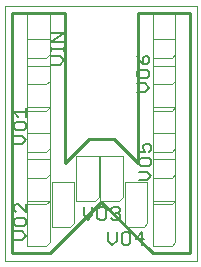
<source format=gto>
G75*
%MOIN*%
%OFA0B0*%
%FSLAX24Y24*%
%IPPOS*%
%LPD*%
%AMOC8*
5,1,8,0,0,1.08239X$1,22.5*
%
%ADD10C,0.0000*%
%ADD11C,0.0100*%
%ADD12C,0.0040*%
%ADD13C,0.0080*%
D10*
X002517Y002517D02*
X002517Y010992D01*
X008918Y010992D01*
X008918Y002517D01*
X002517Y002517D01*
D11*
X002767Y002767D02*
X004017Y002767D01*
X005704Y004454D01*
X005767Y004454D01*
X007454Y002767D01*
X008704Y002767D01*
X008704Y010767D01*
X006954Y010767D01*
X006954Y005767D01*
X006142Y006579D01*
X005329Y006579D01*
X004517Y005767D01*
X004517Y010767D01*
X002767Y010767D01*
X002767Y002767D01*
D12*
X003267Y003017D02*
X003267Y004517D01*
X004017Y004517D01*
X004017Y003142D01*
X003892Y003017D01*
X003267Y003017D01*
X004079Y003642D02*
X004079Y005142D01*
X004829Y005142D01*
X004829Y003767D01*
X004704Y003642D01*
X004079Y003642D01*
X003892Y004392D02*
X004017Y004517D01*
X004017Y005892D01*
X003267Y005892D01*
X003267Y004392D01*
X003892Y004392D01*
X003892Y005267D02*
X003267Y005267D01*
X003267Y006767D01*
X004017Y006767D01*
X004017Y005392D01*
X003892Y005267D01*
X003892Y006142D02*
X003267Y006142D01*
X003267Y007642D01*
X004017Y007642D01*
X004017Y006267D01*
X003892Y006142D01*
X004892Y006017D02*
X005642Y006017D01*
X005642Y004642D01*
X005517Y004517D01*
X004892Y004517D01*
X004892Y006017D01*
X005704Y006017D02*
X006454Y006017D01*
X006454Y004642D01*
X006329Y004517D01*
X005704Y004517D01*
X005704Y006017D01*
X006517Y005142D02*
X007267Y005142D01*
X007267Y003767D01*
X007142Y003642D01*
X006517Y003642D01*
X006517Y005142D01*
X007454Y005267D02*
X007454Y006767D01*
X008204Y006767D01*
X008204Y005392D01*
X008079Y005267D01*
X007454Y005267D01*
X007454Y005892D02*
X008204Y005892D01*
X008204Y004517D01*
X008079Y004392D01*
X007454Y004392D01*
X007454Y005892D01*
X007454Y006142D02*
X007454Y007642D01*
X008204Y007642D01*
X008079Y007517D01*
X007454Y007517D01*
X007454Y009017D01*
X008204Y009017D01*
X008204Y007642D01*
X008204Y006267D01*
X008079Y006142D01*
X007454Y006142D01*
X007454Y004517D02*
X008204Y004517D01*
X008204Y003142D01*
X008079Y003017D01*
X007454Y003017D01*
X007454Y004517D01*
X004017Y007642D02*
X003892Y007517D01*
X003267Y007517D01*
X003267Y009017D01*
X004017Y009017D01*
X004017Y007642D01*
X003892Y008392D02*
X004017Y008517D01*
X004017Y009892D01*
X003267Y009892D01*
X003267Y008392D01*
X003892Y008392D01*
X003892Y009267D02*
X003267Y009267D01*
X003267Y010767D01*
X004017Y010767D01*
X004017Y009392D01*
X003892Y009267D01*
X007454Y009267D02*
X007454Y010767D01*
X008204Y010767D01*
X008204Y009392D01*
X008079Y009267D01*
X007454Y009267D01*
X007454Y009892D02*
X008204Y009892D01*
X008204Y008517D01*
X008079Y008392D01*
X007454Y008392D01*
X007454Y009892D01*
D13*
X007269Y009345D02*
X007199Y009345D01*
X007129Y009275D01*
X007129Y009065D01*
X007269Y009065D01*
X007339Y009135D01*
X007339Y009275D01*
X007269Y009345D01*
X006989Y009205D02*
X007129Y009065D01*
X006989Y009205D02*
X006919Y009345D01*
X006989Y008885D02*
X006919Y008815D01*
X006919Y008675D01*
X006989Y008605D01*
X007269Y008605D01*
X007339Y008675D01*
X007339Y008815D01*
X007269Y008885D01*
X006989Y008885D01*
X006919Y008424D02*
X007199Y008424D01*
X007339Y008284D01*
X007199Y008144D01*
X006919Y008144D01*
X006981Y006408D02*
X006981Y006127D01*
X007191Y006127D01*
X007121Y006268D01*
X007121Y006338D01*
X007191Y006408D01*
X007332Y006408D01*
X007402Y006338D01*
X007402Y006198D01*
X007332Y006127D01*
X007332Y005947D02*
X007051Y005947D01*
X006981Y005877D01*
X006981Y005737D01*
X007051Y005667D01*
X007332Y005667D01*
X007402Y005737D01*
X007402Y005877D01*
X007332Y005947D01*
X007262Y005487D02*
X006981Y005487D01*
X006981Y005207D02*
X007262Y005207D01*
X007402Y005347D01*
X007262Y005487D01*
X006275Y004302D02*
X006135Y004302D01*
X006065Y004232D01*
X006205Y004092D02*
X006275Y004092D01*
X006345Y004022D01*
X006345Y003952D01*
X006275Y003882D01*
X006135Y003882D01*
X006065Y003952D01*
X006275Y004092D02*
X006345Y004162D01*
X006345Y004232D01*
X006275Y004302D01*
X005885Y004232D02*
X005885Y003952D01*
X005815Y003882D01*
X005675Y003882D01*
X005605Y003952D01*
X005605Y004232D01*
X005675Y004302D01*
X005815Y004302D01*
X005885Y004232D01*
X005424Y004302D02*
X005424Y004022D01*
X005284Y003882D01*
X005144Y004022D01*
X005144Y004302D01*
X005963Y003465D02*
X005963Y003184D01*
X006103Y003044D01*
X006243Y003184D01*
X006243Y003465D01*
X006423Y003394D02*
X006423Y003114D01*
X006493Y003044D01*
X006634Y003044D01*
X006704Y003114D01*
X006704Y003394D01*
X006634Y003465D01*
X006493Y003465D01*
X006423Y003394D01*
X006884Y003254D02*
X007164Y003254D01*
X007094Y003044D02*
X007094Y003465D01*
X006884Y003254D01*
X003239Y003353D02*
X003099Y003493D01*
X002819Y003493D01*
X002889Y003673D02*
X002819Y003743D01*
X002819Y003884D01*
X002889Y003954D01*
X003169Y003954D01*
X003239Y003884D01*
X003239Y003743D01*
X003169Y003673D01*
X002889Y003673D01*
X002889Y004134D02*
X002819Y004204D01*
X002819Y004344D01*
X002889Y004414D01*
X002959Y004414D01*
X003239Y004134D01*
X003239Y004414D01*
X003239Y003353D02*
X003099Y003213D01*
X002819Y003213D01*
X002819Y006400D02*
X003099Y006400D01*
X003239Y006541D01*
X003099Y006681D01*
X002819Y006681D01*
X002889Y006861D02*
X003169Y006861D01*
X003239Y006931D01*
X003239Y007071D01*
X003169Y007141D01*
X002889Y007141D01*
X002819Y007071D01*
X002819Y006931D01*
X002889Y006861D01*
X002959Y007321D02*
X002819Y007461D01*
X003239Y007461D01*
X003239Y007321D02*
X003239Y007602D01*
X004069Y009054D02*
X004349Y009054D01*
X004489Y009194D01*
X004349Y009334D01*
X004069Y009334D01*
X004069Y009514D02*
X004069Y009654D01*
X004069Y009584D02*
X004489Y009584D01*
X004489Y009514D02*
X004489Y009654D01*
X004489Y009821D02*
X004069Y009821D01*
X004489Y010102D01*
X004069Y010102D01*
M02*

</source>
